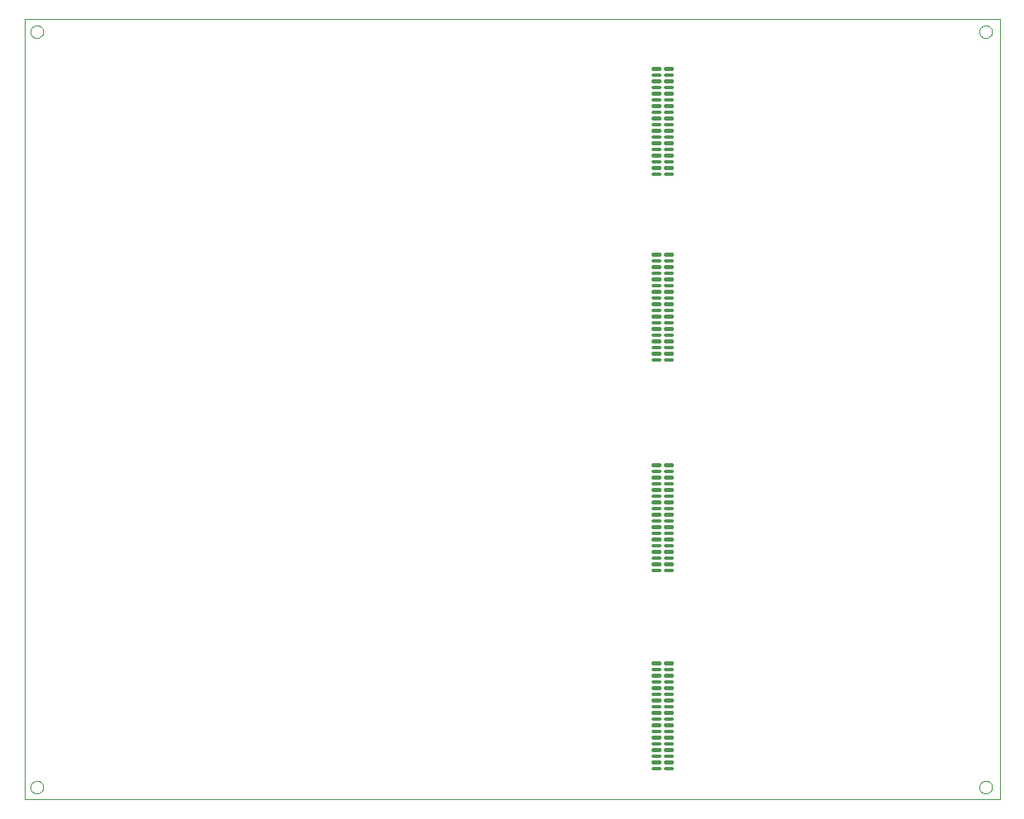
<source format=gtp>
G75*
%MOIN*%
%OFA0B0*%
%FSLAX24Y24*%
%IPPOS*%
%LPD*%
%AMOC8*
5,1,8,0,0,1.08239X$1,22.5*
%
%ADD10C,0.0000*%
%ADD11C,0.0135*%
D10*
X000639Y001139D02*
X000639Y032635D01*
X040009Y032635D01*
X040009Y001139D01*
X000639Y001139D01*
X000883Y001639D02*
X000885Y001670D01*
X000891Y001701D01*
X000900Y001731D01*
X000913Y001760D01*
X000930Y001787D01*
X000950Y001811D01*
X000972Y001833D01*
X000998Y001852D01*
X001025Y001868D01*
X001054Y001880D01*
X001084Y001889D01*
X001115Y001894D01*
X001147Y001895D01*
X001178Y001892D01*
X001209Y001885D01*
X001239Y001875D01*
X001267Y001861D01*
X001293Y001843D01*
X001317Y001823D01*
X001338Y001799D01*
X001357Y001774D01*
X001372Y001746D01*
X001383Y001717D01*
X001391Y001686D01*
X001395Y001655D01*
X001395Y001623D01*
X001391Y001592D01*
X001383Y001561D01*
X001372Y001532D01*
X001357Y001504D01*
X001338Y001479D01*
X001317Y001455D01*
X001293Y001435D01*
X001267Y001417D01*
X001239Y001403D01*
X001209Y001393D01*
X001178Y001386D01*
X001147Y001383D01*
X001115Y001384D01*
X001084Y001389D01*
X001054Y001398D01*
X001025Y001410D01*
X000998Y001426D01*
X000972Y001445D01*
X000950Y001467D01*
X000930Y001491D01*
X000913Y001518D01*
X000900Y001547D01*
X000891Y001577D01*
X000885Y001608D01*
X000883Y001639D01*
X000883Y032139D02*
X000885Y032170D01*
X000891Y032201D01*
X000900Y032231D01*
X000913Y032260D01*
X000930Y032287D01*
X000950Y032311D01*
X000972Y032333D01*
X000998Y032352D01*
X001025Y032368D01*
X001054Y032380D01*
X001084Y032389D01*
X001115Y032394D01*
X001147Y032395D01*
X001178Y032392D01*
X001209Y032385D01*
X001239Y032375D01*
X001267Y032361D01*
X001293Y032343D01*
X001317Y032323D01*
X001338Y032299D01*
X001357Y032274D01*
X001372Y032246D01*
X001383Y032217D01*
X001391Y032186D01*
X001395Y032155D01*
X001395Y032123D01*
X001391Y032092D01*
X001383Y032061D01*
X001372Y032032D01*
X001357Y032004D01*
X001338Y031979D01*
X001317Y031955D01*
X001293Y031935D01*
X001267Y031917D01*
X001239Y031903D01*
X001209Y031893D01*
X001178Y031886D01*
X001147Y031883D01*
X001115Y031884D01*
X001084Y031889D01*
X001054Y031898D01*
X001025Y031910D01*
X000998Y031926D01*
X000972Y031945D01*
X000950Y031967D01*
X000930Y031991D01*
X000913Y032018D01*
X000900Y032047D01*
X000891Y032077D01*
X000885Y032108D01*
X000883Y032139D01*
X039183Y032139D02*
X039185Y032170D01*
X039191Y032201D01*
X039200Y032231D01*
X039213Y032260D01*
X039230Y032287D01*
X039250Y032311D01*
X039272Y032333D01*
X039298Y032352D01*
X039325Y032368D01*
X039354Y032380D01*
X039384Y032389D01*
X039415Y032394D01*
X039447Y032395D01*
X039478Y032392D01*
X039509Y032385D01*
X039539Y032375D01*
X039567Y032361D01*
X039593Y032343D01*
X039617Y032323D01*
X039638Y032299D01*
X039657Y032274D01*
X039672Y032246D01*
X039683Y032217D01*
X039691Y032186D01*
X039695Y032155D01*
X039695Y032123D01*
X039691Y032092D01*
X039683Y032061D01*
X039672Y032032D01*
X039657Y032004D01*
X039638Y031979D01*
X039617Y031955D01*
X039593Y031935D01*
X039567Y031917D01*
X039539Y031903D01*
X039509Y031893D01*
X039478Y031886D01*
X039447Y031883D01*
X039415Y031884D01*
X039384Y031889D01*
X039354Y031898D01*
X039325Y031910D01*
X039298Y031926D01*
X039272Y031945D01*
X039250Y031967D01*
X039230Y031991D01*
X039213Y032018D01*
X039200Y032047D01*
X039191Y032077D01*
X039185Y032108D01*
X039183Y032139D01*
X039183Y001639D02*
X039185Y001670D01*
X039191Y001701D01*
X039200Y001731D01*
X039213Y001760D01*
X039230Y001787D01*
X039250Y001811D01*
X039272Y001833D01*
X039298Y001852D01*
X039325Y001868D01*
X039354Y001880D01*
X039384Y001889D01*
X039415Y001894D01*
X039447Y001895D01*
X039478Y001892D01*
X039509Y001885D01*
X039539Y001875D01*
X039567Y001861D01*
X039593Y001843D01*
X039617Y001823D01*
X039638Y001799D01*
X039657Y001774D01*
X039672Y001746D01*
X039683Y001717D01*
X039691Y001686D01*
X039695Y001655D01*
X039695Y001623D01*
X039691Y001592D01*
X039683Y001561D01*
X039672Y001532D01*
X039657Y001504D01*
X039638Y001479D01*
X039617Y001455D01*
X039593Y001435D01*
X039567Y001417D01*
X039539Y001403D01*
X039509Y001393D01*
X039478Y001386D01*
X039447Y001383D01*
X039415Y001384D01*
X039384Y001389D01*
X039354Y001398D01*
X039325Y001410D01*
X039298Y001426D01*
X039272Y001445D01*
X039250Y001467D01*
X039230Y001491D01*
X039213Y001518D01*
X039200Y001547D01*
X039191Y001577D01*
X039185Y001608D01*
X039183Y001639D01*
D11*
X026506Y002381D02*
X026506Y002397D01*
X026772Y002397D01*
X026772Y002381D01*
X026506Y002381D01*
X026506Y002631D02*
X026506Y002647D01*
X026772Y002647D01*
X026772Y002631D01*
X026506Y002631D01*
X026506Y002881D02*
X026506Y002897D01*
X026772Y002897D01*
X026772Y002881D01*
X026506Y002881D01*
X026506Y003131D02*
X026506Y003147D01*
X026772Y003147D01*
X026772Y003131D01*
X026506Y003131D01*
X026506Y003381D02*
X026506Y003397D01*
X026772Y003397D01*
X026772Y003381D01*
X026506Y003381D01*
X026506Y003631D02*
X026506Y003647D01*
X026772Y003647D01*
X026772Y003631D01*
X026506Y003631D01*
X026506Y003881D02*
X026506Y003897D01*
X026772Y003897D01*
X026772Y003881D01*
X026506Y003881D01*
X026506Y004131D02*
X026506Y004147D01*
X026772Y004147D01*
X026772Y004131D01*
X026506Y004131D01*
X026506Y004381D02*
X026506Y004397D01*
X026772Y004397D01*
X026772Y004381D01*
X026506Y004381D01*
X026506Y004631D02*
X026506Y004647D01*
X026772Y004647D01*
X026772Y004631D01*
X026506Y004631D01*
X026506Y004881D02*
X026506Y004897D01*
X026772Y004897D01*
X026772Y004881D01*
X026506Y004881D01*
X026506Y005131D02*
X026506Y005147D01*
X026772Y005147D01*
X026772Y005131D01*
X026506Y005131D01*
X026506Y005381D02*
X026506Y005397D01*
X026772Y005397D01*
X026772Y005381D01*
X026506Y005381D01*
X026506Y005631D02*
X026506Y005647D01*
X026772Y005647D01*
X026772Y005631D01*
X026506Y005631D01*
X026506Y005881D02*
X026506Y005897D01*
X026772Y005897D01*
X026772Y005881D01*
X026506Y005881D01*
X026506Y006131D02*
X026506Y006147D01*
X026772Y006147D01*
X026772Y006131D01*
X026506Y006131D01*
X026506Y006381D02*
X026506Y006397D01*
X026772Y006397D01*
X026772Y006381D01*
X026506Y006381D01*
X026506Y006631D02*
X026506Y006647D01*
X026772Y006647D01*
X026772Y006631D01*
X026506Y006631D01*
X026006Y006631D02*
X026006Y006647D01*
X026272Y006647D01*
X026272Y006631D01*
X026006Y006631D01*
X026006Y006397D02*
X026006Y006381D01*
X026006Y006397D02*
X026272Y006397D01*
X026272Y006381D01*
X026006Y006381D01*
X026006Y006147D02*
X026006Y006131D01*
X026006Y006147D02*
X026272Y006147D01*
X026272Y006131D01*
X026006Y006131D01*
X026006Y005897D02*
X026006Y005881D01*
X026006Y005897D02*
X026272Y005897D01*
X026272Y005881D01*
X026006Y005881D01*
X026006Y005647D02*
X026006Y005631D01*
X026006Y005647D02*
X026272Y005647D01*
X026272Y005631D01*
X026006Y005631D01*
X026006Y005397D02*
X026006Y005381D01*
X026006Y005397D02*
X026272Y005397D01*
X026272Y005381D01*
X026006Y005381D01*
X026006Y005147D02*
X026006Y005131D01*
X026006Y005147D02*
X026272Y005147D01*
X026272Y005131D01*
X026006Y005131D01*
X026006Y004897D02*
X026006Y004881D01*
X026006Y004897D02*
X026272Y004897D01*
X026272Y004881D01*
X026006Y004881D01*
X026006Y004647D02*
X026006Y004631D01*
X026006Y004647D02*
X026272Y004647D01*
X026272Y004631D01*
X026006Y004631D01*
X026006Y004397D02*
X026006Y004381D01*
X026006Y004397D02*
X026272Y004397D01*
X026272Y004381D01*
X026006Y004381D01*
X026006Y004147D02*
X026006Y004131D01*
X026006Y004147D02*
X026272Y004147D01*
X026272Y004131D01*
X026006Y004131D01*
X026006Y003897D02*
X026006Y003881D01*
X026006Y003897D02*
X026272Y003897D01*
X026272Y003881D01*
X026006Y003881D01*
X026006Y003647D02*
X026006Y003631D01*
X026006Y003647D02*
X026272Y003647D01*
X026272Y003631D01*
X026006Y003631D01*
X026006Y003397D02*
X026006Y003381D01*
X026006Y003397D02*
X026272Y003397D01*
X026272Y003381D01*
X026006Y003381D01*
X026006Y003147D02*
X026006Y003131D01*
X026006Y003147D02*
X026272Y003147D01*
X026272Y003131D01*
X026006Y003131D01*
X026006Y002897D02*
X026006Y002881D01*
X026006Y002897D02*
X026272Y002897D01*
X026272Y002881D01*
X026006Y002881D01*
X026006Y002647D02*
X026006Y002631D01*
X026006Y002647D02*
X026272Y002647D01*
X026272Y002631D01*
X026006Y002631D01*
X026006Y002397D02*
X026006Y002381D01*
X026006Y002397D02*
X026272Y002397D01*
X026272Y002381D01*
X026006Y002381D01*
X026006Y010381D02*
X026006Y010397D01*
X026272Y010397D01*
X026272Y010381D01*
X026006Y010381D01*
X026006Y010631D02*
X026006Y010647D01*
X026272Y010647D01*
X026272Y010631D01*
X026006Y010631D01*
X026006Y010881D02*
X026006Y010897D01*
X026272Y010897D01*
X026272Y010881D01*
X026006Y010881D01*
X026006Y011131D02*
X026006Y011147D01*
X026272Y011147D01*
X026272Y011131D01*
X026006Y011131D01*
X026006Y011381D02*
X026006Y011397D01*
X026272Y011397D01*
X026272Y011381D01*
X026006Y011381D01*
X026006Y011631D02*
X026006Y011647D01*
X026272Y011647D01*
X026272Y011631D01*
X026006Y011631D01*
X026006Y011881D02*
X026006Y011897D01*
X026272Y011897D01*
X026272Y011881D01*
X026006Y011881D01*
X026006Y012131D02*
X026006Y012147D01*
X026272Y012147D01*
X026272Y012131D01*
X026006Y012131D01*
X026006Y012381D02*
X026006Y012397D01*
X026272Y012397D01*
X026272Y012381D01*
X026006Y012381D01*
X026006Y012631D02*
X026006Y012647D01*
X026272Y012647D01*
X026272Y012631D01*
X026006Y012631D01*
X026006Y012881D02*
X026006Y012897D01*
X026272Y012897D01*
X026272Y012881D01*
X026006Y012881D01*
X026006Y013131D02*
X026006Y013147D01*
X026272Y013147D01*
X026272Y013131D01*
X026006Y013131D01*
X026006Y013381D02*
X026006Y013397D01*
X026272Y013397D01*
X026272Y013381D01*
X026006Y013381D01*
X026006Y013631D02*
X026006Y013647D01*
X026272Y013647D01*
X026272Y013631D01*
X026006Y013631D01*
X026006Y013881D02*
X026006Y013897D01*
X026272Y013897D01*
X026272Y013881D01*
X026006Y013881D01*
X026006Y014131D02*
X026006Y014147D01*
X026272Y014147D01*
X026272Y014131D01*
X026006Y014131D01*
X026006Y014381D02*
X026006Y014397D01*
X026272Y014397D01*
X026272Y014381D01*
X026006Y014381D01*
X026006Y014631D02*
X026006Y014647D01*
X026272Y014647D01*
X026272Y014631D01*
X026006Y014631D01*
X026506Y014631D02*
X026506Y014647D01*
X026772Y014647D01*
X026772Y014631D01*
X026506Y014631D01*
X026506Y014397D02*
X026506Y014381D01*
X026506Y014397D02*
X026772Y014397D01*
X026772Y014381D01*
X026506Y014381D01*
X026506Y014147D02*
X026506Y014131D01*
X026506Y014147D02*
X026772Y014147D01*
X026772Y014131D01*
X026506Y014131D01*
X026506Y013897D02*
X026506Y013881D01*
X026506Y013897D02*
X026772Y013897D01*
X026772Y013881D01*
X026506Y013881D01*
X026506Y013647D02*
X026506Y013631D01*
X026506Y013647D02*
X026772Y013647D01*
X026772Y013631D01*
X026506Y013631D01*
X026506Y013397D02*
X026506Y013381D01*
X026506Y013397D02*
X026772Y013397D01*
X026772Y013381D01*
X026506Y013381D01*
X026506Y013147D02*
X026506Y013131D01*
X026506Y013147D02*
X026772Y013147D01*
X026772Y013131D01*
X026506Y013131D01*
X026506Y012897D02*
X026506Y012881D01*
X026506Y012897D02*
X026772Y012897D01*
X026772Y012881D01*
X026506Y012881D01*
X026506Y012647D02*
X026506Y012631D01*
X026506Y012647D02*
X026772Y012647D01*
X026772Y012631D01*
X026506Y012631D01*
X026506Y012397D02*
X026506Y012381D01*
X026506Y012397D02*
X026772Y012397D01*
X026772Y012381D01*
X026506Y012381D01*
X026506Y012147D02*
X026506Y012131D01*
X026506Y012147D02*
X026772Y012147D01*
X026772Y012131D01*
X026506Y012131D01*
X026506Y011897D02*
X026506Y011881D01*
X026506Y011897D02*
X026772Y011897D01*
X026772Y011881D01*
X026506Y011881D01*
X026506Y011647D02*
X026506Y011631D01*
X026506Y011647D02*
X026772Y011647D01*
X026772Y011631D01*
X026506Y011631D01*
X026506Y011397D02*
X026506Y011381D01*
X026506Y011397D02*
X026772Y011397D01*
X026772Y011381D01*
X026506Y011381D01*
X026506Y011147D02*
X026506Y011131D01*
X026506Y011147D02*
X026772Y011147D01*
X026772Y011131D01*
X026506Y011131D01*
X026506Y010897D02*
X026506Y010881D01*
X026506Y010897D02*
X026772Y010897D01*
X026772Y010881D01*
X026506Y010881D01*
X026506Y010647D02*
X026506Y010631D01*
X026506Y010647D02*
X026772Y010647D01*
X026772Y010631D01*
X026506Y010631D01*
X026506Y010397D02*
X026506Y010381D01*
X026506Y010397D02*
X026772Y010397D01*
X026772Y010381D01*
X026506Y010381D01*
X026506Y018881D02*
X026506Y018897D01*
X026772Y018897D01*
X026772Y018881D01*
X026506Y018881D01*
X026506Y019131D02*
X026506Y019147D01*
X026772Y019147D01*
X026772Y019131D01*
X026506Y019131D01*
X026506Y019381D02*
X026506Y019397D01*
X026772Y019397D01*
X026772Y019381D01*
X026506Y019381D01*
X026506Y019631D02*
X026506Y019647D01*
X026772Y019647D01*
X026772Y019631D01*
X026506Y019631D01*
X026506Y019881D02*
X026506Y019897D01*
X026772Y019897D01*
X026772Y019881D01*
X026506Y019881D01*
X026506Y020131D02*
X026506Y020147D01*
X026772Y020147D01*
X026772Y020131D01*
X026506Y020131D01*
X026506Y020381D02*
X026506Y020397D01*
X026772Y020397D01*
X026772Y020381D01*
X026506Y020381D01*
X026506Y020631D02*
X026506Y020647D01*
X026772Y020647D01*
X026772Y020631D01*
X026506Y020631D01*
X026506Y020881D02*
X026506Y020897D01*
X026772Y020897D01*
X026772Y020881D01*
X026506Y020881D01*
X026506Y021131D02*
X026506Y021147D01*
X026772Y021147D01*
X026772Y021131D01*
X026506Y021131D01*
X026506Y021381D02*
X026506Y021397D01*
X026772Y021397D01*
X026772Y021381D01*
X026506Y021381D01*
X026506Y021631D02*
X026506Y021647D01*
X026772Y021647D01*
X026772Y021631D01*
X026506Y021631D01*
X026506Y021881D02*
X026506Y021897D01*
X026772Y021897D01*
X026772Y021881D01*
X026506Y021881D01*
X026506Y022131D02*
X026506Y022147D01*
X026772Y022147D01*
X026772Y022131D01*
X026506Y022131D01*
X026506Y022381D02*
X026506Y022397D01*
X026772Y022397D01*
X026772Y022381D01*
X026506Y022381D01*
X026506Y022631D02*
X026506Y022647D01*
X026772Y022647D01*
X026772Y022631D01*
X026506Y022631D01*
X026506Y022881D02*
X026506Y022897D01*
X026772Y022897D01*
X026772Y022881D01*
X026506Y022881D01*
X026506Y023131D02*
X026506Y023147D01*
X026772Y023147D01*
X026772Y023131D01*
X026506Y023131D01*
X026006Y023131D02*
X026006Y023147D01*
X026272Y023147D01*
X026272Y023131D01*
X026006Y023131D01*
X026006Y022897D02*
X026006Y022881D01*
X026006Y022897D02*
X026272Y022897D01*
X026272Y022881D01*
X026006Y022881D01*
X026006Y022647D02*
X026006Y022631D01*
X026006Y022647D02*
X026272Y022647D01*
X026272Y022631D01*
X026006Y022631D01*
X026006Y022397D02*
X026006Y022381D01*
X026006Y022397D02*
X026272Y022397D01*
X026272Y022381D01*
X026006Y022381D01*
X026006Y022147D02*
X026006Y022131D01*
X026006Y022147D02*
X026272Y022147D01*
X026272Y022131D01*
X026006Y022131D01*
X026006Y021897D02*
X026006Y021881D01*
X026006Y021897D02*
X026272Y021897D01*
X026272Y021881D01*
X026006Y021881D01*
X026006Y021647D02*
X026006Y021631D01*
X026006Y021647D02*
X026272Y021647D01*
X026272Y021631D01*
X026006Y021631D01*
X026006Y021397D02*
X026006Y021381D01*
X026006Y021397D02*
X026272Y021397D01*
X026272Y021381D01*
X026006Y021381D01*
X026006Y021147D02*
X026006Y021131D01*
X026006Y021147D02*
X026272Y021147D01*
X026272Y021131D01*
X026006Y021131D01*
X026006Y020897D02*
X026006Y020881D01*
X026006Y020897D02*
X026272Y020897D01*
X026272Y020881D01*
X026006Y020881D01*
X026006Y020647D02*
X026006Y020631D01*
X026006Y020647D02*
X026272Y020647D01*
X026272Y020631D01*
X026006Y020631D01*
X026006Y020397D02*
X026006Y020381D01*
X026006Y020397D02*
X026272Y020397D01*
X026272Y020381D01*
X026006Y020381D01*
X026006Y020147D02*
X026006Y020131D01*
X026006Y020147D02*
X026272Y020147D01*
X026272Y020131D01*
X026006Y020131D01*
X026006Y019897D02*
X026006Y019881D01*
X026006Y019897D02*
X026272Y019897D01*
X026272Y019881D01*
X026006Y019881D01*
X026006Y019647D02*
X026006Y019631D01*
X026006Y019647D02*
X026272Y019647D01*
X026272Y019631D01*
X026006Y019631D01*
X026006Y019397D02*
X026006Y019381D01*
X026006Y019397D02*
X026272Y019397D01*
X026272Y019381D01*
X026006Y019381D01*
X026006Y019147D02*
X026006Y019131D01*
X026006Y019147D02*
X026272Y019147D01*
X026272Y019131D01*
X026006Y019131D01*
X026006Y018897D02*
X026006Y018881D01*
X026006Y018897D02*
X026272Y018897D01*
X026272Y018881D01*
X026006Y018881D01*
X026006Y026381D02*
X026006Y026397D01*
X026272Y026397D01*
X026272Y026381D01*
X026006Y026381D01*
X026006Y026631D02*
X026006Y026647D01*
X026272Y026647D01*
X026272Y026631D01*
X026006Y026631D01*
X026006Y026881D02*
X026006Y026897D01*
X026272Y026897D01*
X026272Y026881D01*
X026006Y026881D01*
X026006Y027131D02*
X026006Y027147D01*
X026272Y027147D01*
X026272Y027131D01*
X026006Y027131D01*
X026006Y027381D02*
X026006Y027397D01*
X026272Y027397D01*
X026272Y027381D01*
X026006Y027381D01*
X026006Y027631D02*
X026006Y027647D01*
X026272Y027647D01*
X026272Y027631D01*
X026006Y027631D01*
X026006Y027881D02*
X026006Y027897D01*
X026272Y027897D01*
X026272Y027881D01*
X026006Y027881D01*
X026006Y028131D02*
X026006Y028147D01*
X026272Y028147D01*
X026272Y028131D01*
X026006Y028131D01*
X026006Y028381D02*
X026006Y028397D01*
X026272Y028397D01*
X026272Y028381D01*
X026006Y028381D01*
X026006Y028631D02*
X026006Y028647D01*
X026272Y028647D01*
X026272Y028631D01*
X026006Y028631D01*
X026006Y028881D02*
X026006Y028897D01*
X026272Y028897D01*
X026272Y028881D01*
X026006Y028881D01*
X026006Y029131D02*
X026006Y029147D01*
X026272Y029147D01*
X026272Y029131D01*
X026006Y029131D01*
X026006Y029381D02*
X026006Y029397D01*
X026272Y029397D01*
X026272Y029381D01*
X026006Y029381D01*
X026006Y029631D02*
X026006Y029647D01*
X026272Y029647D01*
X026272Y029631D01*
X026006Y029631D01*
X026006Y029881D02*
X026006Y029897D01*
X026272Y029897D01*
X026272Y029881D01*
X026006Y029881D01*
X026006Y030131D02*
X026006Y030147D01*
X026272Y030147D01*
X026272Y030131D01*
X026006Y030131D01*
X026006Y030381D02*
X026006Y030397D01*
X026272Y030397D01*
X026272Y030381D01*
X026006Y030381D01*
X026006Y030631D02*
X026006Y030647D01*
X026272Y030647D01*
X026272Y030631D01*
X026006Y030631D01*
X026506Y030631D02*
X026506Y030647D01*
X026772Y030647D01*
X026772Y030631D01*
X026506Y030631D01*
X026506Y030397D02*
X026506Y030381D01*
X026506Y030397D02*
X026772Y030397D01*
X026772Y030381D01*
X026506Y030381D01*
X026506Y030147D02*
X026506Y030131D01*
X026506Y030147D02*
X026772Y030147D01*
X026772Y030131D01*
X026506Y030131D01*
X026506Y029897D02*
X026506Y029881D01*
X026506Y029897D02*
X026772Y029897D01*
X026772Y029881D01*
X026506Y029881D01*
X026506Y029647D02*
X026506Y029631D01*
X026506Y029647D02*
X026772Y029647D01*
X026772Y029631D01*
X026506Y029631D01*
X026506Y029397D02*
X026506Y029381D01*
X026506Y029397D02*
X026772Y029397D01*
X026772Y029381D01*
X026506Y029381D01*
X026506Y029147D02*
X026506Y029131D01*
X026506Y029147D02*
X026772Y029147D01*
X026772Y029131D01*
X026506Y029131D01*
X026506Y028897D02*
X026506Y028881D01*
X026506Y028897D02*
X026772Y028897D01*
X026772Y028881D01*
X026506Y028881D01*
X026506Y028647D02*
X026506Y028631D01*
X026506Y028647D02*
X026772Y028647D01*
X026772Y028631D01*
X026506Y028631D01*
X026506Y028397D02*
X026506Y028381D01*
X026506Y028397D02*
X026772Y028397D01*
X026772Y028381D01*
X026506Y028381D01*
X026506Y028147D02*
X026506Y028131D01*
X026506Y028147D02*
X026772Y028147D01*
X026772Y028131D01*
X026506Y028131D01*
X026506Y027897D02*
X026506Y027881D01*
X026506Y027897D02*
X026772Y027897D01*
X026772Y027881D01*
X026506Y027881D01*
X026506Y027647D02*
X026506Y027631D01*
X026506Y027647D02*
X026772Y027647D01*
X026772Y027631D01*
X026506Y027631D01*
X026506Y027397D02*
X026506Y027381D01*
X026506Y027397D02*
X026772Y027397D01*
X026772Y027381D01*
X026506Y027381D01*
X026506Y027147D02*
X026506Y027131D01*
X026506Y027147D02*
X026772Y027147D01*
X026772Y027131D01*
X026506Y027131D01*
X026506Y026897D02*
X026506Y026881D01*
X026506Y026897D02*
X026772Y026897D01*
X026772Y026881D01*
X026506Y026881D01*
X026506Y026647D02*
X026506Y026631D01*
X026506Y026647D02*
X026772Y026647D01*
X026772Y026631D01*
X026506Y026631D01*
X026506Y026397D02*
X026506Y026381D01*
X026506Y026397D02*
X026772Y026397D01*
X026772Y026381D01*
X026506Y026381D01*
M02*

</source>
